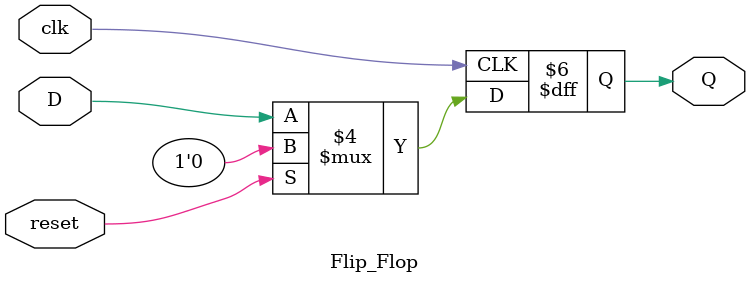
<source format=v>
`timescale 1ns / 1ps
module Flip_Flop(
    output Q,
    input D,
    input clk,
	 input reset
    );
reg Q;
always @ ( posedge clk )
begin
	if(reset == 1'b1)
	Q=1'b0;
	else
	Q=D;
end
endmodule

</source>
